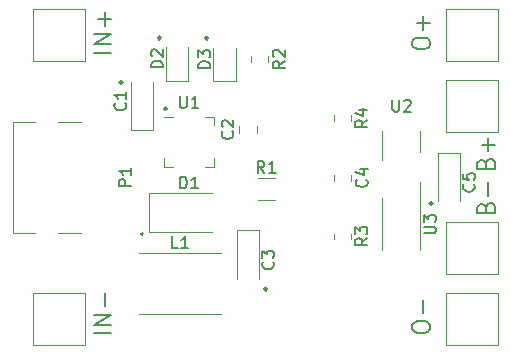
<source format=gbr>
%TF.GenerationSoftware,KiCad,Pcbnew,5.1.12-84ad8e8a86~92~ubuntu20.04.1*%
%TF.CreationDate,2023-02-19T01:27:16+01:00*%
%TF.ProjectId,tp5000_lifepo4_charger,74703530-3030-45f6-9c69-6665706f345f,rev?*%
%TF.SameCoordinates,Original*%
%TF.FileFunction,Legend,Top*%
%TF.FilePolarity,Positive*%
%FSLAX46Y46*%
G04 Gerber Fmt 4.6, Leading zero omitted, Abs format (unit mm)*
G04 Created by KiCad (PCBNEW 5.1.12-84ad8e8a86~92~ubuntu20.04.1) date 2023-02-19 01:27:16*
%MOMM*%
%LPD*%
G01*
G04 APERTURE LIST*
%ADD10C,0.150000*%
%ADD11C,0.120000*%
G04 APERTURE END LIST*
D10*
X90428571Y-135214285D02*
X88928571Y-135214285D01*
X90428571Y-134500000D02*
X88928571Y-134500000D01*
X90428571Y-133642857D01*
X88928571Y-133642857D01*
X89857142Y-132928571D02*
X89857142Y-131785714D01*
X90428571Y-111464285D02*
X88928571Y-111464285D01*
X90428571Y-110750000D02*
X88928571Y-110750000D01*
X90428571Y-109892857D01*
X88928571Y-109892857D01*
X89857142Y-109178571D02*
X89857142Y-108035714D01*
X90428571Y-108607142D02*
X89285714Y-108607142D01*
X115928571Y-110821428D02*
X115928571Y-110535714D01*
X116000000Y-110392857D01*
X116142857Y-110250000D01*
X116428571Y-110178571D01*
X116928571Y-110178571D01*
X117214285Y-110250000D01*
X117357142Y-110392857D01*
X117428571Y-110535714D01*
X117428571Y-110821428D01*
X117357142Y-110964285D01*
X117214285Y-111107142D01*
X116928571Y-111178571D01*
X116428571Y-111178571D01*
X116142857Y-111107142D01*
X116000000Y-110964285D01*
X115928571Y-110821428D01*
X116857142Y-109535714D02*
X116857142Y-108392857D01*
X117428571Y-108964285D02*
X116285714Y-108964285D01*
X115928571Y-134821428D02*
X115928571Y-134535714D01*
X116000000Y-134392857D01*
X116142857Y-134250000D01*
X116428571Y-134178571D01*
X116928571Y-134178571D01*
X117214285Y-134250000D01*
X117357142Y-134392857D01*
X117428571Y-134535714D01*
X117428571Y-134821428D01*
X117357142Y-134964285D01*
X117214285Y-135107142D01*
X116928571Y-135178571D01*
X116428571Y-135178571D01*
X116142857Y-135107142D01*
X116000000Y-134964285D01*
X115928571Y-134821428D01*
X116857142Y-133535714D02*
X116857142Y-132392857D01*
X122142857Y-124571428D02*
X122214285Y-124357142D01*
X122285714Y-124285714D01*
X122428571Y-124214285D01*
X122642857Y-124214285D01*
X122785714Y-124285714D01*
X122857142Y-124357142D01*
X122928571Y-124500000D01*
X122928571Y-125071428D01*
X121428571Y-125071428D01*
X121428571Y-124571428D01*
X121500000Y-124428571D01*
X121571428Y-124357142D01*
X121714285Y-124285714D01*
X121857142Y-124285714D01*
X122000000Y-124357142D01*
X122071428Y-124428571D01*
X122142857Y-124571428D01*
X122142857Y-125071428D01*
X122357142Y-123571428D02*
X122357142Y-122428571D01*
X122142857Y-120821428D02*
X122214285Y-120607142D01*
X122285714Y-120535714D01*
X122428571Y-120464285D01*
X122642857Y-120464285D01*
X122785714Y-120535714D01*
X122857142Y-120607142D01*
X122928571Y-120750000D01*
X122928571Y-121321428D01*
X121428571Y-121321428D01*
X121428571Y-120821428D01*
X121500000Y-120678571D01*
X121571428Y-120607142D01*
X121714285Y-120535714D01*
X121857142Y-120535714D01*
X122000000Y-120607142D01*
X122071428Y-120678571D01*
X122142857Y-120821428D01*
X122142857Y-121321428D01*
X122357142Y-119821428D02*
X122357142Y-118678571D01*
X122928571Y-119250000D02*
X121785714Y-119250000D01*
X95000000Y-116071428D02*
X95142857Y-116214285D01*
X95000000Y-116357142D01*
X94857142Y-116214285D01*
X95000000Y-116071428D01*
X95000000Y-116357142D01*
X98500000Y-110071428D02*
X98642857Y-110214285D01*
X98500000Y-110357142D01*
X98357142Y-110214285D01*
X98500000Y-110071428D01*
X98500000Y-110357142D01*
X94500000Y-110071428D02*
X94642857Y-110214285D01*
X94500000Y-110357142D01*
X94357142Y-110214285D01*
X94500000Y-110071428D01*
X94500000Y-110357142D01*
X91250000Y-113821428D02*
X91392857Y-113964285D01*
X91250000Y-114107142D01*
X91107142Y-113964285D01*
X91250000Y-113821428D01*
X91250000Y-114107142D01*
X103500000Y-131321428D02*
X103642857Y-131464285D01*
X103500000Y-131607142D01*
X103357142Y-131464285D01*
X103500000Y-131321428D01*
X103500000Y-131607142D01*
X117500000Y-124071428D02*
X117642857Y-124214285D01*
X117500000Y-124357142D01*
X117357142Y-124214285D01*
X117500000Y-124071428D01*
X117500000Y-124357142D01*
X93000000Y-126714285D02*
X93095238Y-126809523D01*
X93000000Y-126904761D01*
X92904761Y-126809523D01*
X93000000Y-126714285D01*
X93000000Y-126904761D01*
D11*
%TO.C,C1*%
X92065000Y-113962500D02*
X92065000Y-118047500D01*
X92065000Y-118047500D02*
X93935000Y-118047500D01*
X93935000Y-118047500D02*
X93935000Y-113962500D01*
%TO.C,C2*%
X101265000Y-118223752D02*
X101265000Y-117701248D01*
X102735000Y-118223752D02*
X102735000Y-117701248D01*
%TO.C,C3*%
X101065000Y-126515000D02*
X101065000Y-130600000D01*
X102935000Y-126515000D02*
X101065000Y-126515000D01*
X102935000Y-130600000D02*
X102935000Y-126515000D01*
%TO.C,C4*%
X109265000Y-121776248D02*
X109265000Y-122298752D01*
X110735000Y-121776248D02*
X110735000Y-122298752D01*
%TO.C,C5*%
X119935000Y-124037500D02*
X119935000Y-119952500D01*
X119935000Y-119952500D02*
X118065000Y-119952500D01*
X118065000Y-119952500D02*
X118065000Y-124037500D01*
%TO.C,D1*%
X93600000Y-123350000D02*
X93600000Y-126650000D01*
X93600000Y-126650000D02*
X99000000Y-126650000D01*
X93600000Y-123350000D02*
X99000000Y-123350000D01*
%TO.C,D2*%
X96960000Y-113835000D02*
X96960000Y-110975000D01*
X95040000Y-113835000D02*
X96960000Y-113835000D01*
X95040000Y-110975000D02*
X95040000Y-113835000D01*
%TO.C,D3*%
X99040000Y-111025000D02*
X99040000Y-113885000D01*
X99040000Y-113885000D02*
X100960000Y-113885000D01*
X100960000Y-113885000D02*
X100960000Y-111025000D01*
%TO.C,J1*%
X83800000Y-112200000D02*
X83800000Y-107800000D01*
X88200000Y-112200000D02*
X83800000Y-112200000D01*
X88200000Y-107800000D02*
X88200000Y-112200000D01*
X83800000Y-107800000D02*
X88200000Y-107800000D01*
%TO.C,J2*%
X118800000Y-131800000D02*
X123200000Y-131800000D01*
X123200000Y-131800000D02*
X123200000Y-136200000D01*
X123200000Y-136200000D02*
X118800000Y-136200000D01*
X118800000Y-136200000D02*
X118800000Y-131800000D01*
%TO.C,J3*%
X118800000Y-107800000D02*
X123200000Y-107800000D01*
X123200000Y-107800000D02*
X123200000Y-112200000D01*
X123200000Y-112200000D02*
X118800000Y-112200000D01*
X118800000Y-112200000D02*
X118800000Y-107800000D01*
%TO.C,J4*%
X83800000Y-136200000D02*
X83800000Y-131800000D01*
X88200000Y-136200000D02*
X83800000Y-136200000D01*
X88200000Y-131800000D02*
X88200000Y-136200000D01*
X83800000Y-131800000D02*
X88200000Y-131800000D01*
%TO.C,J5*%
X118800000Y-118200000D02*
X118800000Y-113800000D01*
X123200000Y-118200000D02*
X118800000Y-118200000D01*
X123200000Y-113800000D02*
X123200000Y-118200000D01*
X118800000Y-113800000D02*
X123200000Y-113800000D01*
%TO.C,J6*%
X118800000Y-125800000D02*
X123200000Y-125800000D01*
X123200000Y-125800000D02*
X123200000Y-130200000D01*
X123200000Y-130200000D02*
X118800000Y-130200000D01*
X118800000Y-130200000D02*
X118800000Y-125800000D01*
%TO.C,L1*%
X92800000Y-128450000D02*
X99700000Y-128450000D01*
X92800000Y-133550000D02*
X99700000Y-133550000D01*
%TO.C,P1*%
X84000000Y-117300000D02*
X82100000Y-117300000D01*
X87900000Y-117300000D02*
X85900000Y-117300000D01*
X84000000Y-126700000D02*
X82100000Y-126700000D01*
X87900000Y-126700000D02*
X85900000Y-126700000D01*
X82100000Y-117300000D02*
X82100000Y-126700000D01*
%TO.C,R1*%
X102822936Y-122090000D02*
X104277064Y-122090000D01*
X102822936Y-123910000D02*
X104277064Y-123910000D01*
%TO.C,R2*%
X103735000Y-111772936D02*
X103735000Y-112227064D01*
X102265000Y-111772936D02*
X102265000Y-112227064D01*
%TO.C,R3*%
X109265000Y-126772936D02*
X109265000Y-127227064D01*
X110735000Y-126772936D02*
X110735000Y-127227064D01*
%TO.C,R4*%
X110735000Y-116772936D02*
X110735000Y-117227064D01*
X109265000Y-116772936D02*
X109265000Y-117227064D01*
%TO.C,U1*%
X98385000Y-116890000D02*
X99110000Y-116890000D01*
X99110000Y-116890000D02*
X99110000Y-117615000D01*
X95615000Y-121110000D02*
X94890000Y-121110000D01*
X94890000Y-121110000D02*
X94890000Y-120385000D01*
X98385000Y-121110000D02*
X99110000Y-121110000D01*
X99110000Y-121110000D02*
X99110000Y-120385000D01*
X95615000Y-116890000D02*
X94890000Y-116890000D01*
%TO.C,U2*%
X116610000Y-119900000D02*
X116610000Y-118100000D01*
X113390000Y-118100000D02*
X113390000Y-120550000D01*
%TO.C,U3*%
X113390000Y-126000000D02*
X113390000Y-128200000D01*
X113390000Y-126000000D02*
X113390000Y-123800000D01*
X116610000Y-126000000D02*
X116610000Y-128200000D01*
X116610000Y-126000000D02*
X116610000Y-122400000D01*
%TO.C,C1*%
D10*
X91607142Y-115729166D02*
X91654761Y-115776785D01*
X91702380Y-115919642D01*
X91702380Y-116014880D01*
X91654761Y-116157738D01*
X91559523Y-116252976D01*
X91464285Y-116300595D01*
X91273809Y-116348214D01*
X91130952Y-116348214D01*
X90940476Y-116300595D01*
X90845238Y-116252976D01*
X90750000Y-116157738D01*
X90702380Y-116014880D01*
X90702380Y-115919642D01*
X90750000Y-115776785D01*
X90797619Y-115729166D01*
X91702380Y-114776785D02*
X91702380Y-115348214D01*
X91702380Y-115062500D02*
X90702380Y-115062500D01*
X90845238Y-115157738D01*
X90940476Y-115252976D01*
X90988095Y-115348214D01*
%TO.C,C2*%
X100677142Y-118129166D02*
X100724761Y-118176785D01*
X100772380Y-118319642D01*
X100772380Y-118414880D01*
X100724761Y-118557738D01*
X100629523Y-118652976D01*
X100534285Y-118700595D01*
X100343809Y-118748214D01*
X100200952Y-118748214D01*
X100010476Y-118700595D01*
X99915238Y-118652976D01*
X99820000Y-118557738D01*
X99772380Y-118414880D01*
X99772380Y-118319642D01*
X99820000Y-118176785D01*
X99867619Y-118129166D01*
X99867619Y-117748214D02*
X99820000Y-117700595D01*
X99772380Y-117605357D01*
X99772380Y-117367261D01*
X99820000Y-117272023D01*
X99867619Y-117224404D01*
X99962857Y-117176785D01*
X100058095Y-117176785D01*
X100200952Y-117224404D01*
X100772380Y-117795833D01*
X100772380Y-117176785D01*
%TO.C,C3*%
X104107142Y-129166666D02*
X104154761Y-129214285D01*
X104202380Y-129357142D01*
X104202380Y-129452380D01*
X104154761Y-129595238D01*
X104059523Y-129690476D01*
X103964285Y-129738095D01*
X103773809Y-129785714D01*
X103630952Y-129785714D01*
X103440476Y-129738095D01*
X103345238Y-129690476D01*
X103250000Y-129595238D01*
X103202380Y-129452380D01*
X103202380Y-129357142D01*
X103250000Y-129214285D01*
X103297619Y-129166666D01*
X103202380Y-128833333D02*
X103202380Y-128214285D01*
X103583333Y-128547619D01*
X103583333Y-128404761D01*
X103630952Y-128309523D01*
X103678571Y-128261904D01*
X103773809Y-128214285D01*
X104011904Y-128214285D01*
X104107142Y-128261904D01*
X104154761Y-128309523D01*
X104202380Y-128404761D01*
X104202380Y-128690476D01*
X104154761Y-128785714D01*
X104107142Y-128833333D01*
%TO.C,C4*%
X112037142Y-122204166D02*
X112084761Y-122251785D01*
X112132380Y-122394642D01*
X112132380Y-122489880D01*
X112084761Y-122632738D01*
X111989523Y-122727976D01*
X111894285Y-122775595D01*
X111703809Y-122823214D01*
X111560952Y-122823214D01*
X111370476Y-122775595D01*
X111275238Y-122727976D01*
X111180000Y-122632738D01*
X111132380Y-122489880D01*
X111132380Y-122394642D01*
X111180000Y-122251785D01*
X111227619Y-122204166D01*
X111465714Y-121347023D02*
X112132380Y-121347023D01*
X111084761Y-121585119D02*
X111799047Y-121823214D01*
X111799047Y-121204166D01*
%TO.C,C5*%
X121107142Y-122604166D02*
X121154761Y-122651785D01*
X121202380Y-122794642D01*
X121202380Y-122889880D01*
X121154761Y-123032738D01*
X121059523Y-123127976D01*
X120964285Y-123175595D01*
X120773809Y-123223214D01*
X120630952Y-123223214D01*
X120440476Y-123175595D01*
X120345238Y-123127976D01*
X120250000Y-123032738D01*
X120202380Y-122889880D01*
X120202380Y-122794642D01*
X120250000Y-122651785D01*
X120297619Y-122604166D01*
X120202380Y-121699404D02*
X120202380Y-122175595D01*
X120678571Y-122223214D01*
X120630952Y-122175595D01*
X120583333Y-122080357D01*
X120583333Y-121842261D01*
X120630952Y-121747023D01*
X120678571Y-121699404D01*
X120773809Y-121651785D01*
X121011904Y-121651785D01*
X121107142Y-121699404D01*
X121154761Y-121747023D01*
X121202380Y-121842261D01*
X121202380Y-122080357D01*
X121154761Y-122175595D01*
X121107142Y-122223214D01*
%TO.C,D1*%
X96261904Y-122952380D02*
X96261904Y-121952380D01*
X96500000Y-121952380D01*
X96642857Y-122000000D01*
X96738095Y-122095238D01*
X96785714Y-122190476D01*
X96833333Y-122380952D01*
X96833333Y-122523809D01*
X96785714Y-122714285D01*
X96738095Y-122809523D01*
X96642857Y-122904761D01*
X96500000Y-122952380D01*
X96261904Y-122952380D01*
X97785714Y-122952380D02*
X97214285Y-122952380D01*
X97500000Y-122952380D02*
X97500000Y-121952380D01*
X97404761Y-122095238D01*
X97309523Y-122190476D01*
X97214285Y-122238095D01*
%TO.C,D2*%
X94802380Y-112713095D02*
X93802380Y-112713095D01*
X93802380Y-112475000D01*
X93850000Y-112332142D01*
X93945238Y-112236904D01*
X94040476Y-112189285D01*
X94230952Y-112141666D01*
X94373809Y-112141666D01*
X94564285Y-112189285D01*
X94659523Y-112236904D01*
X94754761Y-112332142D01*
X94802380Y-112475000D01*
X94802380Y-112713095D01*
X93897619Y-111760714D02*
X93850000Y-111713095D01*
X93802380Y-111617857D01*
X93802380Y-111379761D01*
X93850000Y-111284523D01*
X93897619Y-111236904D01*
X93992857Y-111189285D01*
X94088095Y-111189285D01*
X94230952Y-111236904D01*
X94802380Y-111808333D01*
X94802380Y-111189285D01*
%TO.C,D3*%
X98802380Y-112763095D02*
X97802380Y-112763095D01*
X97802380Y-112525000D01*
X97850000Y-112382142D01*
X97945238Y-112286904D01*
X98040476Y-112239285D01*
X98230952Y-112191666D01*
X98373809Y-112191666D01*
X98564285Y-112239285D01*
X98659523Y-112286904D01*
X98754761Y-112382142D01*
X98802380Y-112525000D01*
X98802380Y-112763095D01*
X97802380Y-111858333D02*
X97802380Y-111239285D01*
X98183333Y-111572619D01*
X98183333Y-111429761D01*
X98230952Y-111334523D01*
X98278571Y-111286904D01*
X98373809Y-111239285D01*
X98611904Y-111239285D01*
X98707142Y-111286904D01*
X98754761Y-111334523D01*
X98802380Y-111429761D01*
X98802380Y-111715476D01*
X98754761Y-111810714D01*
X98707142Y-111858333D01*
%TO.C,L1*%
X96083333Y-128002380D02*
X95607142Y-128002380D01*
X95607142Y-127002380D01*
X96940476Y-128002380D02*
X96369047Y-128002380D01*
X96654761Y-128002380D02*
X96654761Y-127002380D01*
X96559523Y-127145238D01*
X96464285Y-127240476D01*
X96369047Y-127288095D01*
%TO.C,P1*%
X92097380Y-122738095D02*
X91097380Y-122738095D01*
X91097380Y-122357142D01*
X91145000Y-122261904D01*
X91192619Y-122214285D01*
X91287857Y-122166666D01*
X91430714Y-122166666D01*
X91525952Y-122214285D01*
X91573571Y-122261904D01*
X91621190Y-122357142D01*
X91621190Y-122738095D01*
X92097380Y-121214285D02*
X92097380Y-121785714D01*
X92097380Y-121500000D02*
X91097380Y-121500000D01*
X91240238Y-121595238D01*
X91335476Y-121690476D01*
X91383095Y-121785714D01*
%TO.C,R1*%
X103383333Y-121632380D02*
X103050000Y-121156190D01*
X102811904Y-121632380D02*
X102811904Y-120632380D01*
X103192857Y-120632380D01*
X103288095Y-120680000D01*
X103335714Y-120727619D01*
X103383333Y-120822857D01*
X103383333Y-120965714D01*
X103335714Y-121060952D01*
X103288095Y-121108571D01*
X103192857Y-121156190D01*
X102811904Y-121156190D01*
X104335714Y-121632380D02*
X103764285Y-121632380D01*
X104050000Y-121632380D02*
X104050000Y-120632380D01*
X103954761Y-120775238D01*
X103859523Y-120870476D01*
X103764285Y-120918095D01*
%TO.C,R2*%
X105102380Y-112166666D02*
X104626190Y-112500000D01*
X105102380Y-112738095D02*
X104102380Y-112738095D01*
X104102380Y-112357142D01*
X104150000Y-112261904D01*
X104197619Y-112214285D01*
X104292857Y-112166666D01*
X104435714Y-112166666D01*
X104530952Y-112214285D01*
X104578571Y-112261904D01*
X104626190Y-112357142D01*
X104626190Y-112738095D01*
X104197619Y-111785714D02*
X104150000Y-111738095D01*
X104102380Y-111642857D01*
X104102380Y-111404761D01*
X104150000Y-111309523D01*
X104197619Y-111261904D01*
X104292857Y-111214285D01*
X104388095Y-111214285D01*
X104530952Y-111261904D01*
X105102380Y-111833333D01*
X105102380Y-111214285D01*
%TO.C,R3*%
X112102380Y-127166666D02*
X111626190Y-127500000D01*
X112102380Y-127738095D02*
X111102380Y-127738095D01*
X111102380Y-127357142D01*
X111150000Y-127261904D01*
X111197619Y-127214285D01*
X111292857Y-127166666D01*
X111435714Y-127166666D01*
X111530952Y-127214285D01*
X111578571Y-127261904D01*
X111626190Y-127357142D01*
X111626190Y-127738095D01*
X111102380Y-126833333D02*
X111102380Y-126214285D01*
X111483333Y-126547619D01*
X111483333Y-126404761D01*
X111530952Y-126309523D01*
X111578571Y-126261904D01*
X111673809Y-126214285D01*
X111911904Y-126214285D01*
X112007142Y-126261904D01*
X112054761Y-126309523D01*
X112102380Y-126404761D01*
X112102380Y-126690476D01*
X112054761Y-126785714D01*
X112007142Y-126833333D01*
%TO.C,R4*%
X112102380Y-117166666D02*
X111626190Y-117500000D01*
X112102380Y-117738095D02*
X111102380Y-117738095D01*
X111102380Y-117357142D01*
X111150000Y-117261904D01*
X111197619Y-117214285D01*
X111292857Y-117166666D01*
X111435714Y-117166666D01*
X111530952Y-117214285D01*
X111578571Y-117261904D01*
X111626190Y-117357142D01*
X111626190Y-117738095D01*
X111435714Y-116309523D02*
X112102380Y-116309523D01*
X111054761Y-116547619D02*
X111769047Y-116785714D01*
X111769047Y-116166666D01*
%TO.C,U1*%
X96238095Y-115132380D02*
X96238095Y-115941904D01*
X96285714Y-116037142D01*
X96333333Y-116084761D01*
X96428571Y-116132380D01*
X96619047Y-116132380D01*
X96714285Y-116084761D01*
X96761904Y-116037142D01*
X96809523Y-115941904D01*
X96809523Y-115132380D01*
X97809523Y-116132380D02*
X97238095Y-116132380D01*
X97523809Y-116132380D02*
X97523809Y-115132380D01*
X97428571Y-115275238D01*
X97333333Y-115370476D01*
X97238095Y-115418095D01*
%TO.C,U2*%
X114238095Y-115452380D02*
X114238095Y-116261904D01*
X114285714Y-116357142D01*
X114333333Y-116404761D01*
X114428571Y-116452380D01*
X114619047Y-116452380D01*
X114714285Y-116404761D01*
X114761904Y-116357142D01*
X114809523Y-116261904D01*
X114809523Y-115452380D01*
X115238095Y-115547619D02*
X115285714Y-115500000D01*
X115380952Y-115452380D01*
X115619047Y-115452380D01*
X115714285Y-115500000D01*
X115761904Y-115547619D01*
X115809523Y-115642857D01*
X115809523Y-115738095D01*
X115761904Y-115880952D01*
X115190476Y-116452380D01*
X115809523Y-116452380D01*
%TO.C,U3*%
X116902380Y-126761904D02*
X117711904Y-126761904D01*
X117807142Y-126714285D01*
X117854761Y-126666666D01*
X117902380Y-126571428D01*
X117902380Y-126380952D01*
X117854761Y-126285714D01*
X117807142Y-126238095D01*
X117711904Y-126190476D01*
X116902380Y-126190476D01*
X116902380Y-125809523D02*
X116902380Y-125190476D01*
X117283333Y-125523809D01*
X117283333Y-125380952D01*
X117330952Y-125285714D01*
X117378571Y-125238095D01*
X117473809Y-125190476D01*
X117711904Y-125190476D01*
X117807142Y-125238095D01*
X117854761Y-125285714D01*
X117902380Y-125380952D01*
X117902380Y-125666666D01*
X117854761Y-125761904D01*
X117807142Y-125809523D01*
%TD*%
M02*

</source>
